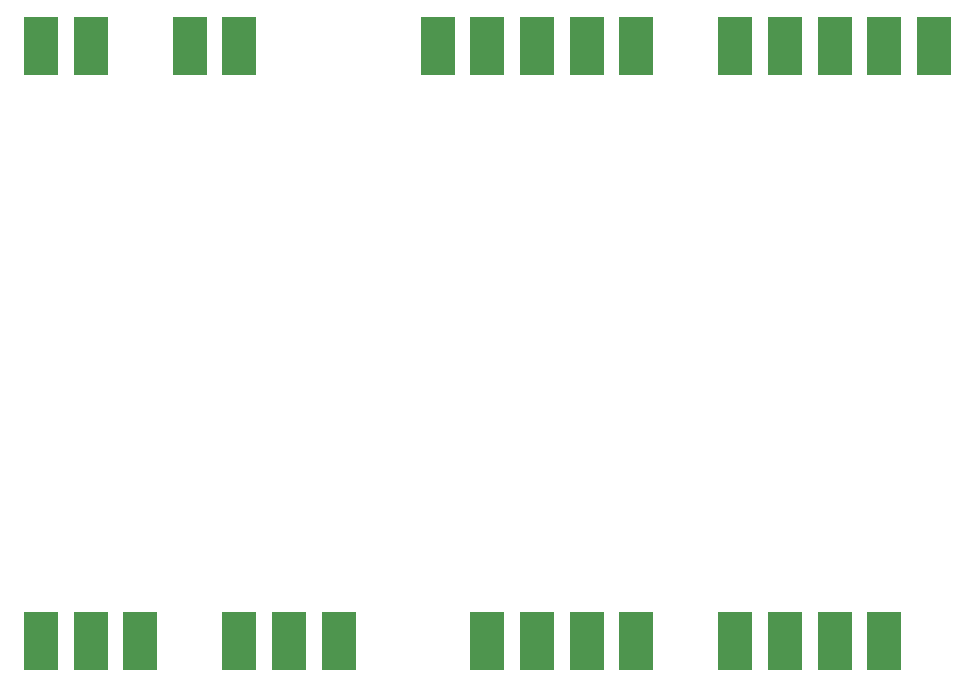
<source format=gbp>
G04*
G04 #@! TF.GenerationSoftware,Altium Limited,Altium Designer,18.1.7 (191)*
G04*
G04 Layer_Color=128*
%FSLAX44Y44*%
%MOMM*%
G71*
G01*
G75*
%ADD15R,3.0000X5.0000*%
D15*
X1302000Y1365000D02*
D03*
X1344000D02*
D03*
X1386000D02*
D03*
X1470000D02*
D03*
X1512000D02*
D03*
X1554000D02*
D03*
X1302000Y1869000D02*
D03*
X1344000D02*
D03*
X1428000D02*
D03*
X1470000D02*
D03*
X2016000Y1365000D02*
D03*
X1974000D02*
D03*
X1932000D02*
D03*
X1890000D02*
D03*
X1806000D02*
D03*
X1764000D02*
D03*
X1722000D02*
D03*
X1680000D02*
D03*
X2058000Y1869000D02*
D03*
X2016000D02*
D03*
X1974000D02*
D03*
X1932000D02*
D03*
X1890000D02*
D03*
X1806000D02*
D03*
X1764000D02*
D03*
X1722000D02*
D03*
X1680000D02*
D03*
X1638000D02*
D03*
M02*

</source>
